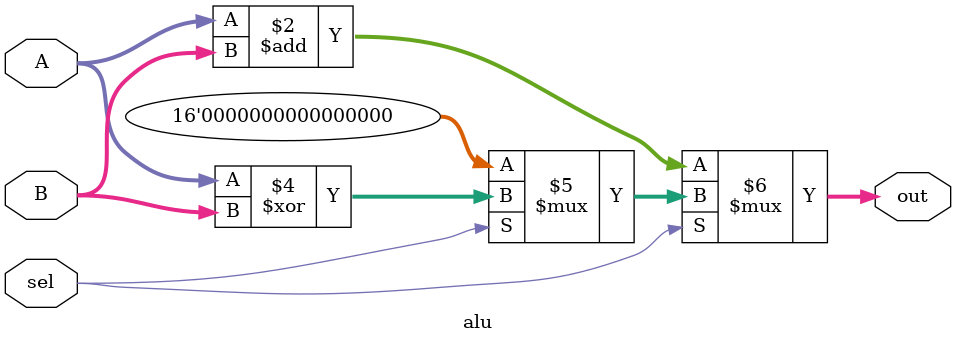
<source format=v>
module alu (
   input [15:0] A, B,  // ALU 16-bit Inputs                 
   input sel, // ALU Operation Selection
   output [15:0] out   // ALU 16-bit Output
   );
    // Continuous assignment using a case statement with ternary operators
    assign out = (sel == 1'b0) ? (A + B) :          // ADD
                 (sel == 1'b1) ? (A ^ B) :          // XOR
                 16'b0;                             // Default case

endmodule

</source>
